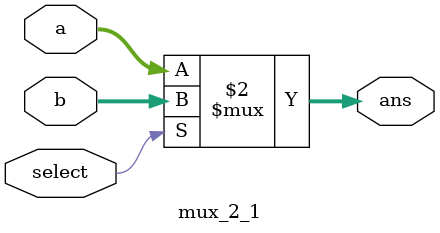
<source format=v>
`timescale 1ns / 1ps


module mux_2_1(
    input [31:0] a , b ,
    input select ,
    output reg [31:0] ans
    );
    
    always@(*)
    ans = (select)? b : a ;
    
endmodule

</source>
